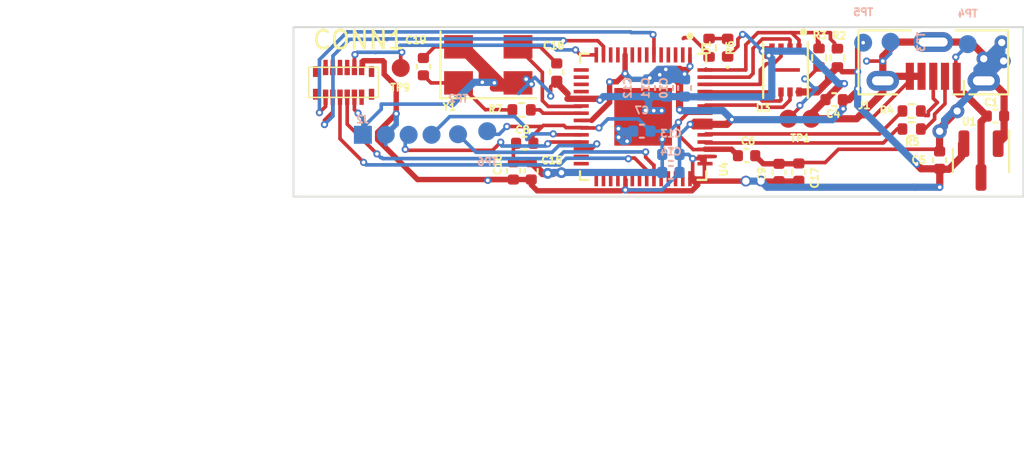
<source format=kicad_pcb>
(kicad_pcb (version 20211014) (generator pcbnew)
  (layers (0 "F.Cu" signal) (31 "B.Cu" signal) (34 "B.Paste" user) (35 "F.Paste" user) (36 "B.SilkS" user "B.Silkscreen") (37 "F.SilkS" user "F.Silkscreen") (38 "B.Mask" user) (39 "F.Mask" user) (44 "Edge.Cuts" user))
  (net 0 "")
  (net 1 "VBUS")
  (net 2 "GND")
  (net 3 "+3V3")
  (net 4 "+1V1")
  (net 5 "/XIN")
  (net 6 "Net-(C19-Pad2)")
  (net 7 "Net-(D1-Pad2)")
  (net 8 "/USB0-D_N")
  (net 9 "/USB0-D_P")
  (net 10 "/SWDIO")
  (net 11 "/SWDCLK")
  (net 12 "/QSPI_SS")
  (net 13 "/USB_BOOT")
  (net 14 "/USB-D_P")
  (net 15 "/USB-D_N")
  (net 16 "/RED_LED")
  (net 17 "/XOUT")
  (net 18 "/RP_RUN")
  (net 19 "/MIC_CLK")
  (net 20 "/QSPI_SD1")
  (net 21 "/QSPI_SD2")
  (net 22 "/QSPI_SD0")
  (net 23 "/QSPI_SCLK")
  (net 24 "/QSPI_SD3")
  (net 35 "/MIC_DOUT_0")
  (net 41 "/MIC_DOUT_1")
  (net 47 "/MIC_DOUT_2")
  (net 48 "/MIC_DOUT_3")
  (footprint "Resistor_SMD:R_0402_1005Metric" (layer "F.Cu") (at 149.3 87.15)
    (fp_text reference "R5")
    (fp_text value "27R")
  )
  (footprint "mico:SMD_1x02_P1.27mm" (layer "F.Cu") (at 143.725 86.58 -90)
    (fp_text reference "TP1")
    (fp_text value "TestPoint_2Pole")
  )
  (footprint "Crystal:Crystal_SMD_5032-4Pin_5.0x3.2mm" (layer "F.Cu") (at 125.8075 83.59)
    (fp_text reference "Y1")
    (fp_text value "H130B-12.000-20-3050-EXT-TR")
  )
  (footprint "Capacitor_SMD:C_0402_1005Metric" (layer "F.Cu") (at 127.2 89.4725 90)
    (fp_text reference "C16")
    (fp_text value "0.1uF")
  )
  (footprint "Resistor_SMD:R_0402_1005Metric" (layer "F.Cu") (at 149.3 86.15)
    (fp_text reference "R4")
    (fp_text value "27R")
  )
  (footprint "OpenSourceSmartGlasses:slim_stack_molex_PLUG_5035521222" (layer "F.Cu") (at 117.78 84.56)
    (fp_text reference "CONN1")
    (fp_text value "slim_stack_receptable_12pos_5035481222_schematic")
  )
  (footprint "Capacitor_SMD:C_0402_1005Metric" (layer "F.Cu") (at 150.85 88.875 90)
    (fp_text reference "C5")
    (fp_text value "10uF")
  )
  (footprint "Connector_USB:USB_Micro-B_Molex-105133-0001" (layer "F.Cu") (at 150.5 83.4 180)
    (fp_text reference "J1")
    (fp_text value "USB_A")
  )
  (footprint "Capacitor_SMD:C_0402_1005Metric" (layer "F.Cu") (at 122.2075 83.69 -90)
    (fp_text reference "C19")
    (fp_text value "27pF")
  )
  (footprint "Capacitor_SMD:C_0402_1005Metric" (layer "F.Cu") (at 128.19 89.47 90)
    (fp_text reference "C15")
    (fp_text value "0.1uF")
  )
  (footprint "Resistor_SMD:R_0402_1005Metric" (layer "F.Cu") (at 144.16 83.19 -90)
    (fp_text reference "R2")
    (fp_text value "1K")
  )
  (footprint "Resistor_SMD:R_0402_1005Metric" (layer "F.Cu") (at 138.06 82.64 -90)
    (fp_text reference "R6")
    (fp_text value "470R")
  )
  (footprint "Package_TO_SOT_SMD:SOT-23" (layer "F.Cu") (at 153.15 88.9 -90)
    (fp_text reference "U1")
    (fp_text value "MCP1702")
  )
  (footprint "Resistor_SMD:R_0402_1005Metric" (layer "F.Cu") (at 145.18 83.2 90)
    (fp_text reference "R3")
    (fp_text value "10K")
  )
  (footprint "Resistor_SMD:R_0402_1005Metric" (layer "F.Cu") (at 127.6575 86.0875 180)
    (fp_text reference "R7")
    (fp_text value "1K")
  )
  (footprint "Capacitor_SMD:C_0402_1005Metric" (layer "F.Cu") (at 127.83 87.94 180)
    (fp_text reference "C8")
    (fp_text value "1uF")
  )
  (footprint "Capacitor_SMD:C_0402_1005Metric" (layer "F.Cu") (at 140.14 88.63)
    (fp_text reference "C6")
    (fp_text value "0.1uF")
  )
  (footprint "Capacitor_SMD:C_0402_1005Metric" (layer "F.Cu") (at 129.6075 83.99 90)
    (fp_text reference "C18")
    (fp_text value "27pF")
  )
  (footprint "Capacitor_SMD:C_0402_1005Metric" (layer "F.Cu") (at 141.94 89.56 90)
    (fp_text reference "C9")
    (fp_text value "1uF")
  )
  (footprint "LED_SMD:LED_0402_1005Metric" (layer "F.Cu") (at 139.09 82.6375 90)
    (fp_text reference "D1")
    (fp_text value "APA3010SECK")
  )
  (footprint "Capacitor_SMD:C_0402_1005Metric" (layer "F.Cu") (at 153.95 86.43)
    (fp_text reference "C1")
    (fp_text value "10uF")
  )
  (footprint "mico:PSON50P300X200X60-9N" (layer "F.Cu") (at 142.3 83.8725 -90)
    (fp_text reference "U3")
    (fp_text value "W25Q128JV")
  )
  (footprint "mico:QFN40P700X700X90-57N" (layer "F.Cu") (at 134.4 86.4725 -90)
    (fp_text reference "U4")
    (fp_text value "RP2040")
  )
  (footprint "mico:SMD_1x01_P1.27mm" (layer "F.Cu") (at 120.95 83.76)
    (fp_text reference "TP9")
    (fp_text value "TestPoint")
  )
  (footprint "Capacitor_SMD:C_0402_1005Metric" (layer "F.Cu") (at 145 85.52 180)
    (fp_text reference "C4")
    (fp_text value "0.1uF")
  )
  (footprint "Capacitor_SMD:C_0402_1005Metric" (layer "F.Cu") (at 143.04 89.54 90)
    (fp_text reference "C17")
    (fp_text value "10uF")
  )
  (footprint "Capacitor_SMD:C_0402_1005Metric" (layer "B.Cu") (at 135.94 88.56 180)
    (fp_text reference "C13")
    (fp_text value "0.1uF")
  )
  (footprint "mico:SMD_1x01_P1.27mm" (layer "B.Cu") (at 125.75 87.27)
    (fp_text reference "TP6")
    (fp_text value "TestPoint")
  )
  (footprint "Capacitor_SMD:C_0402_1005Metric" (layer "B.Cu") (at 134.33 87.27 180)
    (fp_text reference "C7")
    (fp_text value "0.1uF")
  )
  (footprint "Capacitor_SMD:C_0402_1005Metric" (layer "B.Cu") (at 136.7 84.8725 -90)
    (fp_text reference "C10")
    (fp_text value "0.1uF")
  )
  (footprint "Capacitor_SMD:C_0402_1005Metric" (layer "B.Cu") (at 135.7 84.8725 -90)
    (fp_text reference "C11")
    (fp_text value "0.1uF")
  )
  (footprint "mico:SMD_1x01_P1.27mm" (layer "B.Cu") (at 152.41 82.44 180)
    (fp_text reference "TP4")
    (fp_text value "TestPoint")
  )
  (footprint "mico:SMD_1x04_P1.27mm" (layer "B.Cu") (at 118.85 87.47 -90)
    (fp_text reference "J2")
    (fp_text value "SWD Prog")
  )
  (footprint "Capacitor_SMD:C_0402_1005Metric" (layer "B.Cu") (at 134.7 84.8725 -90)
    (fp_text reference "C12")
    (fp_text value "0.1uF")
  )
  (footprint "Capacitor_SMD:C_0402_1005Metric" (layer "B.Cu") (at 135.94 89.56 180)
    (fp_text reference "C14")
    (fp_text value "0.1uF")
  )
  (footprint "mico:SMD_1x01_P1.27mm" (layer "B.Cu") (at 148.13 82.31 90)
    (fp_text reference "TP3")
    (fp_text value "TestPoint")
  )
  (footprint "mico:SMD_1x01_P1.27mm" (layer "B.Cu") (at 146.61 82.36 180)
    (fp_text reference "TP5")
    (fp_text value "TestPoint")
  )
  (footprint "mico:SMD_1x01_P1.27mm" (layer "B.Cu") (at 124.13 87.44 180)
    (fp_text reference "TP2")
    (fp_text value "TestPoint")
  )
  (gr_line (start 155.5 81.5) (end 115 81.5) (layer "Edge.Cuts") (width 0.1))
  (gr_line (start 115 81.5) (end 115 90.9) (layer "Edge.Cuts") (width 0.1))
  (gr_line (start 115 90.9) (end 155.5 90.9) (layer "Edge.Cuts") (width 0.1))
  (gr_line (start 155.5 90.9) (end 155.5 81.5) (layer "Edge.Cuts") (width 0.1))
  (segment (start 151.8 85.105) (end 151.805 85.105) (width 0.4) (layer "F.Cu") (net 1))
  (segment (start 151.75 84.175) (end 151.8 84.225) (width 0.2) (layer "F.Cu") (net 1))
  (segment (start 152.2575 85.2175) (end 151.9175 85.2175) (width 0.4) (layer "F.Cu") (net 1))
  (segment (start 151.8 84.225) (end 151.8 85.105) (width 0.4) (layer "F.Cu") (net 1))
  (segment (start 152.2575 85.2175) (end 153.47 86.43) (width 0.4) (layer "F.Cu") (net 1))
  (segment (start 151.75 83.16) (end 151.75 84.175) (width 0.2) (layer "F.Cu") (net 1))
  (segment (start 153.15 86.75) (end 153.15 89.8375) (width 0.4) (layer "F.Cu") (net 1))
  (segment (start 151.9175 85.2175) (end 151.805 85.105) (width 0.4) (layer "F.Cu") (net 1))
  (segment (start 153.47 86.43) (end 153.15 86.75) (width 0.4) (layer "F.Cu") (net 1))
  (via (at 151.75 83.16) (size 0.4) (drill 0.2) (layers "F.Cu" "B.Cu") (net 1))
  (segment (start 152.41 82.5) (end 151.75 83.16) (width 0.2) (layer "B.Cu") (net 1))
  (segment (start 152.41 82.44) (end 152.41 82.5) (width 0.2) (layer "B.Cu") (net 1))
  (segment (start 127.2 88.9925) (end 128.2 88.9925) (width 0.2) (layer "F.Cu") (net 2))
  (segment (start 153.75 83.65) (end 153.75 84.025) (width 0.4) (layer "F.Cu") (net 2))
  (segment (start 150.80798 88.27202) (end 150.85 88.23) (width 0.2) (layer "F.Cu") (net 2))
  (segment (start 143.725 86.315) (end 144.52 85.52) (width 0.4) (layer "F.Cu") (net 2))
  (segment (start 153.725 84.475) (end 153.3 84.475) (width 0.4) (layer "F.Cu") (net 2))
  (segment (start 126.145 84.59) (end 125.87 84.59) (width 0.2) (layer "F.Cu") (net 2))
  (segment (start 132 85.55) (end 131.9225 85.4725) (width 0.2) (layer "F.Cu") (net 2))
  (segment (start 118.58 86.27) (end 118.38 86.07) (width 0.2) (layer "F.Cu") (net 2))
  (segment (start 154.4 83.375) (end 153.8875 82.8625) (width 0.4) (layer "F.Cu") (net 2))
  (segment (start 133.03 87.13) (end 133.7425 87.13) (width 0.4) (layer "F.Cu") (net 2))
  (segment (start 153.3 84.475) (end 153.3 83.65) (width 0.4) (layer "F.Cu") (net 2))
  (segment (start 145.24048 88.27202) (end 150.80798 88.27202) (width 0.2) (layer "F.Cu") (net 2))
  (segment (start 128.97 89.62) (end 128.8275 89.62) (width 0.4) (layer "F.Cu") (net 2))
  (segment (start 134.53 86.3425) (end 134.4 86.4725) (width 0.2) (layer "F.Cu") (net 2))
  (segment (start 154.43 87.6325) (end 154.1 87.9625) (width 0.4) (layer "F.Cu") (net 2))
  (segment (start 152.575 82.325) (end 150.5 82.325) (width 0.4) (layer "F.Cu") (net 2))
  (segment (start 154.43 86.43) (end 154.43 87.6325) (width 0.4) (layer "F.Cu") (net 2))
  (segment (start 139.65952 82.16048) (end 139.92 81.9) (width 0.2) (layer "F.Cu") (net 2))
  (segment (start 153.3 84.075) (end 153.725 83.65) (width 0.4) (layer "F.Cu") (net 2))
  (segment (start 126.145 84.59) (end 125.83 84.59) (width 0.2) (layer "F.Cu") (net 2))
  (segment (start 127.51 87.7825) (end 127.32 87.9725) (width 0.2) (layer "F.Cu") (net 2))
  (segment (start 154.43 86.43) (end 154.43 85.18) (width 0.4) (layer "F.Cu") (net 2))
  (segment (start 153.75 84.025) (end 153.3 84.475) (width 0.4) (layer "F.Cu") (net 2))
  (segment (start 146.37 86.46) (end 146.25 86.58) (width 0.2) (layer "F.Cu") (net 2))
  (segment (start 129.52 84.7525) (end 129.5 84.7725) (width 0.2) (layer "F.Cu") (net 2))
  (segment (start 153.6625 82.9875) (end 153.35 83.3) (width 0.4) (layer "F.Cu") (net 2))
  (segment (start 154.025 83.375) (end 153.75 83.65) (width 0.4) (layer "F.Cu") (net 2))
  (segment (start 141.55 82.6525) (end 141.55 82.897063) (width 0.2) (layer "F.Cu") (net 2))
  (segment (start 129.5075 84.49) (end 130.2075 85.19) (width 0.35) (layer "F.Cu") (net 2))
  (segment (start 133.2625 87.61) (end 134.4 86.4725) (width 0.2) (layer "F.Cu") (net 2))
  (segment (start 150.5 82.325) (end 148.5 82.325) (width 0.4) (layer "F.Cu") (net 2))
  (segment (start 118.38 86.07) (end 118.38 85.46) (width 0.2) (layer "F.Cu") (net 2))
  (segment (start 153.7875 82.8625) (end 153.6625 82.9875) (width 0.4) (layer "F.Cu") (net 2))
  (segment (start 145.57 84.63) (end 145.41 84.63) (width 0.2) (layer "F.Cu") (net 2))
  (segment (start 154.0125 82.9875) (end 153.6625 82.9875) (width 0.4) (layer "F.Cu") (net 2))
  (segment (start 153.3 83.65) (end 153.3 83.3) (width 0.4) (layer "F.Cu") (net 2))
  (segment (start 129.38 89.61) (end 129.39 89.62) (width 0.4) (layer "F.Cu") (net 2))
  (segment (start 126.6 84.59) (end 126.345 84.59) (width 0.4) (layer "F.Cu") (net 2))
  (segment (start 125.4775 84.2375) (end 125.4775 83.91) (width 0.4) (layer "F.Cu") (net 2))
  (segment (start 133.7425 87.13) (end 134.4 86.4725) (width 0.2) (layer "F.Cu") (net 2))
  (segment (start 153.75 83.65) (end 153.9375 83.8375) (width 0.4) (layer "F.Cu") (net 2))
  (segment (start 133.51 87.3625) (end 134.4 86.4725) (width 0.2) (layer "F.Cu") (net 2))
  (segment (start 153.8875 82.8625) (end 153.7875 82.8625) (width 0.4) (layer "F.Cu") (net 2))
  (segment (start 153.725 83.65) (end 153.75 83.65) (width 0.4) (layer "F.Cu") (net 2))
  (segment (start 142.91 89.01) (end 142.84 89.08) (width 0.2) (layer "F.Cu") (net 2))
  (segment (start 153.3 84.475) (end 153.3 84.075) (width 0.4) (layer "F.Cu") (net 2))
  (segment (start 139.65952 82.55298) (end 139.65952 82.16048) (width 0.2) (layer "F.Cu") (net 2))
  (segment (start 134.99 86.13) (end 134.7425 86.13) (width 0.2) (layer "F.Cu") (net 2))
  (segment (start 141.373574 83.073489) (end 141.263489 83.073489) (width 0.2) (layer "F.Cu") (net 2))
  (segment (start 127.45 84.8725) (end 126.0925 84.8725) (width 0.4) (layer "F.Cu") (net 2))
  (segment (start 134.53 86.12) (end 134.53 86.3425) (width 0.2) (layer "F.Cu") (net 2))
  (segment (start 146.37 86.46) (end 147.7 85.13) (width 0.4) (layer "F.Cu") (net 2))
  (segment (start 144.5025 89.01) (end 142.91 89.01) (width 0.2) (layer "F.Cu") (net 2))
  (segment (start 141.55 82.897063) (end 141.373574 83.073489) (width 0.2) (layer "F.Cu") (net 2))
  (segment (start 141.94 89.08) (end 141.07 89.08) (width 0.3) (layer "F.Cu") (net 2))
  (segment (start 143.725 86.58) (end 143.725 86.315) (width 0.2) (layer "F.Cu") (net 2))
  (segment (start 154.325 83.3) (end 153.35 83.3) (width 0.4) (layer "F.Cu") (net 2))
  (segment (start 153.35 83.3) (end 153.3 83.3) (width 0.4) (layer "F.Cu") (net 2))
  (segment (start 127.2 88.9925) (end 127.2 88.0925) (width 0.2) (layer "F.Cu") (net 2))
  (segment (start 154.3 82.35) (end 153.7875 82.8625) (width 0.4) (layer "F.Cu") (net 2))
  (segment (start 134.7425 86.13) (end 134.4 86.4725) (width 0.2) (layer "F.Cu") (net 2))
  (segment (start 129.27 85.323) (end 129.27 84.8075) (width 0.2) (layer "F.Cu") (net 2))
  (segment (start 154.43 85.18) (end 153.725 84.475) (width 0.4) (layer "F.Cu") (net 2))
  (segment (start 141.263489 83.073489) (end 141.175 82.985) (width 0.4) (layer "F.Cu") (net 2))
  (segment (start 140.98 82.69) (end 141.2 82.69) (width 0.2) (layer "F.Cu") (net 2))
  (segment (start 153.3 83.65) (end 153.725 83.65) (width 0.4) (layer "F.Cu") (net 2))
  (segment (start 126.345 84.59) (end 126.1 84.59) (width 0.4) (layer "F.Cu") (net 2))
  (segment (start 126.6 84.59) (end 124.6 82.59) (width 0.4) (layer "F.Cu") (net 2))
  (segment (start 150.85 88.395) (end 150.85 88.23) (width 0.4) (layer "F.Cu") (net 2))
  (segment (start 129.27 84.8075) (end 129.6075 84.47) (width 0.2) (layer "F.Cu") (net 2))
  (segment (start 147.7 83.125) (end 147.7 83.38) (width 0.4) (layer "F.Cu") (net 2))
  (segment (start 129.11 89.61) (end 129.38 89.61) (width 0.4) (layer "F.Cu") (net 2))
  (segment (start 125.8375 84.5575) (end 125.4775 84.5575) (width 0.4) (layer "F.Cu") (net 2))
  (segment (start 153.9375 83.8375) (end 153.3 84.475) (width 0.4) (layer "F.Cu") (net 2))
  (segment (start 135.43 86.13) (end 134.7425 86.13) (width 0.2) (layer "F.Cu") (net 2))
  (segment (start 146.25 86.58) (end 143.725 86.58) (width 0.4) (layer "F.Cu") (net 2))
  (segment (start 127.45 84.8725) (end 126.5925 84.8725) (width 0.4) (layer "F.Cu") (net 2))
  (segment (start 153.3 83.3) (end 153.3 83.25) (width 0.4) (layer "F.Cu") (net 2))
  (segment (start 122.2075 83.21) (end 122.8275 82.59) (width 0.2) (layer "F.Cu") (net 2))
  (segment (start 127.2 88.0925) (end 127.32 87.9725) (width 0.2) (layer "F.Cu") (net 2))
  (segment (start 133.51 87.83) (end 133.51 87.3625) (width 0.4) (layer "F.Cu") (net 2))
  (segment (start 125.4775 83.91) (end 125.4775 83.9675) (width 0.4) (layer "F.Cu") (net 2))
  (segment (start 135.46 87.7195) (end 135.46 87.5325) (width 0.2) (layer "F.Cu") (net 2))
  (segment (start 146.37 86.46) (end 147.195692 86.46) (width 0.2) (layer "F.Cu") (net 2))
  (segment (start 145.41 84.63) (end 144.52 85.52) (width 0.4) (layer "F.Cu") (net 2))
  (segment (start 142.84 89.08) (end 141.94 89.08) (width 0.3) (layer "F.Cu") (net 2))
  (segment (start 141.1975 82.6525) (end 141.02 82.83) (width 0.2) (layer "F.Cu") (net 2))
  (segment (start 133.04 87.61) (end 133.2625 87.61) (width 0.4) (layer "F.Cu") (net 2))
  (segment (start 149.85 84.225) (end 147.95 84.225) (width 0.4) (layer "F.Cu") (net 2))
  (segment (start 125.4775 84.5575) (end 125.3075 84.5575) (width 0.4) (layer "F.Cu") (net 2))
  (segment (start 154.4 83.375) (end 154.0125 82.9875) (width 0.4) (layer "F.Cu") (net 2))
  (segment (start 149.2 84.455692) (end 149.2 84.225) (width 0.2) (layer "F.Cu") (net 2))
  (segment (start 147.95 84.225) (end 147.7 84.475) (width 0.2) (layer "F.Cu") (net 2))
  (segment (start 141.55 82.6525) (end 141.5075 82.6525) (width 0.2) (layer "F.Cu") (net 2))
  (segment (start 122.8275 82.59) (end 124.1575 82.59) (width 0.2) (layer "F.Cu") (net 2))
  (segment (start 154.4 83.375) (end 154.025 83.375) (width 0.4) (layer "F.Cu") (net 2))
  (segment (start 126.345 84.59) (end 126.145 84.59) (width 0.2) (layer "F.Cu") (net 2))
  (segment (start 126.1 84.59) (end 126.0675 84.5575) (width 0.2) (layer "F.Cu") (net 2))
  (segment (start 141.55 82.6525) (end 141.1975 82.6525) (width 0.2) (layer "F.Cu") (net 2))
  (segment (start 154.4 83.375) (end 153.9375 83.8375) (width 0.4) (layer "F.Cu") (net 2))
  (segment (start 144.5025 89.01) (end 145.24048 88.27202) (width 0.2) (layer "F.Cu") (net 2))
  (segment (start 141.5075 82.6525) (end 141.175 82.985) (width 0.2) (layer "F.Cu") (net 2))
  (segment (start 148.5 82.325) (end 147.7 83.125) (width 0.4) (layer "F.Cu") (net 2))
  (segment (start 141.07 89.08) (end 140.62 88.63) (width 0.3) (layer "F.Cu") (net 2))
  (segment (start 125.4775 83.91) (end 124.1575 82.59) (width 0.4) (layer "F.Cu") (net 2))
  (segment (start 130.2 85.4725) (end 130.965 85.4725) (width 0.35) (layer "F.Cu") (net 2))
  (segment (start 129.39 89.62) (end 128.97 89.62) (width 0.4) (layer "F.Cu") (net 2))
  (segment (start 147.7 85.13) (end 147.7 84.475) (width 0.4) (layer "F.Cu") (net 2))
  (segment (start 147.7 83.38) (end 146.8 83.38) (width 0.2) (layer "F.Cu") (net 2))
  (segment (start 129.6 84.7525) (end 129.52 84.7525) (width 0.2) (layer "F.Cu") (net 2))
  (segment (start 141.175 82.985) (end 141.02 82.83) (width 0.2) (layer "F.Cu") (net 2))
  (segment (start 154.4 83.375) (end 154.325 83.3) (width 0.4) (layer "F.Cu") (net 2))
  (segment (start 141.2 82.69) (end 141.373574 82.863574) (width 0.2) (layer "F.Cu") (net 2))
  (segment (start 125.83 84.59) (end 125.4775 84.2375) (width 0.2) (layer "F.Cu") (net 2))
  (segment (start 127.3175 87.97) (end 127.32 87.9725) (width 0.2) (layer "F.Cu") (net 2))
  (segment (start 150.85 88.23) (end 150.85 87.125) (width 0.4) (layer "F.Cu") (net 2))
  (segment (start 131.9225 85.4725) (end 130.965 85.4725) (width 0.35) (layer "F.Cu") (net 2))
  (segment (start 153.3 83.25) (end 153.3 83.05) (width 0.4) (layer "F.Cu") (net 2))
  (segment (start 125.4775 83.9675) (end 126.1 84.59) (width 0.4) (layer "F.Cu") (net 2))
  (segment (start 124.5925 82.8725) (end 124.15 82.8725) (width 0.4) (layer "F.Cu") (net 2))
  (segment (start 135.46 87.5325) (end 134.4 86.4725) (width 0.2) (layer "F.Cu") (net 2))
  (segment (start 128.8275 89.62) (end 128.2 88.9925) (width 0.4) (layer "F.Cu") (net 2))
  (segment (start 147.7 83.38) (end 147.7 84.475) (width 0.4) (layer "F.Cu") (net 2))
  (segment (start 150.85 87.125) (end 151.825 86.15) (width 0.4) (layer "F.Cu") (net 2))
  (segment (start 141.373574 82.863574) (end 141.373574 83.073489) (width 0.2) (layer "F.Cu") (net 2))
  (segment (start 139.09 83.1225) (end 139.65952 82.55298) (width 0.2) (layer "F.Cu") (net 2))
  (segment (start 153.3 83.05) (end 152.575 82.325) (width 0.4) (layer "F.Cu") (net 2))
  (segment (start 147.195692 86.46) (end 149.2 84.455692) (width 0.2) (layer "F.Cu") (net 2))
  (segment (start 125.4775 84.5575) (end 125.4775 84.2375) (width 0.4) (layer "F.Cu") (net 2))
  (segment (start 125.87 84.59) (end 125.8375 84.5575) (width 0.2) (layer "F.Cu") (net 2))
  (via (at 154.4 83.375) (size 0.8) (drill 0.4) (layers "F.Cu" "B.Cu") (net 2))
  (via (at 150.85 87.275) (size 0.8) (drill 0.4) (layers "F.Cu" "B.Cu") (net 2))
  (via (at 145.57 84.63) (size 0.4) (drill 0.2) (layers "F.Cu" "B.Cu") (net 2))
  (via (at 125.4775 84.5575) (size 0.4) (drill 0.2) (layers "F.Cu" "B.Cu") (net 2))
  (via (at 129.87 89.57) (size 0.6) (drill 0.3) (layers "F.Cu" "B.Cu") (net 2))
  (via (at 129.27 85.323) (size 0.4) (drill 0.2) (layers "F.Cu" "B.Cu") (net 2))
  (via (at 134.99 86.13) (size 0.4) (drill 0.2) (layers "F.Cu" "B.Cu") (net 2))
  (via (at 154.3 82.35) (size 0.8) (drill 0.4) (layers "F.Cu" "B.Cu") (net 2))
  (via (at 151.825 86.15) (size 0.8) (drill 0.4) (layers "F.Cu" "B.Cu") (net 2))
  (via (at 141.373574 83.073489) (size 0.4) (drill 0.2) (layers "F.Cu" "B.Cu") (net 2))
  (via (at 139.92 81.9) (size 0.4) (drill 0.2) (layers "F.Cu" "B.Cu") (net 2))
  (via (at 146.8 83.38) (size 0.4) (drill 0.2) (layers "F.Cu" "B.Cu") (net 2))
  (via (at 118.58 86.27) (size 0.4) (drill 0.2) (layers "F.Cu" "B.Cu") (net 2))
  (via (at 127.91 84.38) (size 0.4) (drill 0.2) (layers "F.Cu" "B.Cu") (net 2))
  (via (at 153.3 83.25) (size 0.8) (drill 0.4) (layers "F.Cu" "B.Cu") (net 2))
  (via (at 126.145 84.59) (size 0.4) (drill 0.2) (layers "F.Cu" "B.Cu") (net 2))
  (via (at 141.02 82.83) (size 0.4) (drill 0.2) (layers "F.Cu" "B.Cu") (net 2))
  (via (at 147.7 83.38) (size 0.4) (drill 0.2) (layers "F.Cu" "B.Cu") (net 2))
  (via (at 133.51 87.83) (size 0.4) (drill 0.2) (layers "F.Cu" "B.Cu") (net 2))
  (via (at 132 85.55) (size 0.4) (drill 0.2) (layers "F.Cu" "B.Cu") (net 2))
  (via (at 133.03 87.13) (size 0.4) (drill 0.2) (layers "F.Cu" "B.Cu") (net 2))
  (via (at 135.43 86.13) (size 0.4) (drill 0.2) (layers "F.Cu" "B.Cu") (net 2))
  (via (at 129.11 89.61) (size 0.6) (drill 0.3) (layers "F.Cu" "B.Cu") (net 2))
  (via (at 133.04 87.61) (size 0.4) (drill 0.2) (layers "F.Cu" "B.Cu") (net 2))
  (via (at 134.53 86.12) (size 0.4) (drill 0.2) (layers "F.Cu" "B.Cu") (net 2))
  (via (at 128.2 84.66) (size 0.4) (drill 0.2) (layers "F.Cu" "B.Cu") (net 2))
  (via (at 135.46 87.7195) (size 0.4) (drill 0.2) (layers "F.Cu" "B.Cu") (net 2))
  (segment (start 148.13 82.95) (end 147.7 83.38) (width 0.2) (layer "B.Cu") (net 2))
  (segment (start 139.92 81.9) (end 140.09 81.9) (width 0.2) (layer "B.Cu") (net 2))
  (segment (start 133.26 87.83) (end 133.04 87.61) (width 0.4) (layer "B.Cu") (net 2))
  (segment (start 141.02 82.83) (end 143.45 82.83) (width 0.4) (layer "B.Cu") (net 2))
  (segment (start 152.925 84.1) (end 153.3 84.475) (width 0.4) (layer "B.Cu") (net 2))
  (segment (start 133.51 87.83) (end 133.26 87.83) (width 0.4) (layer "B.Cu") (net 2))
  (segment (start 134.7 85.95) (end 134.53 86.12) (width 0.2) (layer "B.Cu") (net 2))
  (segment (start 143.45 82.83) (end 145.25 84.63) (width 0.4) (layer "B.Cu") (net 2))
  (segment (start 135.46 89.56) (end 129.94 89.56) (width 0.4) (layer "B.Cu") (net 2))
  (segment (start 136.7 85.3525) (end 136.7075 85.36) (width 0.4) (layer "B.Cu") (net 2))
  (segment (start 133.58 87.27) (end 133.17 87.27) (width 0.4) (layer "B.Cu") (net 2))
  (segment (start 154.05 83.725) (end 153.775 83.725) (width 0.4) (layer "B.Cu") (net 2))
  (segment (start 129.15 89.57) (end 129.87 89.57) (width 0.4) (layer "B.Cu") (net 2))
  (segment (start 132.1975 85.3525) (end 132 85.55) (width 0.4) (layer "B.Cu") (net 2))
  (segment (start 153.425 83.375) (end 153.3 83.25) (width 0.4) (layer "B.Cu") (net 2))
  (segment (start 153.3 83.45) (end 152.925 83.825) (width 0.4) (layer "B.Cu") (net 2))
  (segment (start 134.7 85.3525) (end 132.1975 85.3525) (width 0.4) (layer "B.Cu") (net 2))
  (segment (start 152.05 85.725) (end 151.125 86.65) (width 0.4) (layer "B.Cu") (net 2))
  (segment (start 133.58 87.27) (end 133.58 87.76) (width 0.4) (layer "B.Cu") (net 2))
  (segment (start 154.4 83.375) (end 153.425 83.375) (width 0.4) (layer "B.Cu") (net 2))
  (segment (start 140.09 81.9) (end 141.02 82.83) (width 0.2) (layer "B.Cu") (net 2))
  (segment (start 154.05 83.725) (end 154.4 83.375) (width 0.4) (layer "B.Cu") (net 2))
  (segment (start 133.58 87.76) (end 133.51 87.83) (width 0.4) (layer "B.Cu") (net 2))
  (segment (start 153.3 83.8) (end 154.0625 83.0375) (width 0.4) (layer "B.Cu") (net 2))
  (segment (start 123.795705 85.7675) (end 119.8775 85.7675) (width 0.2) (layer "B.Cu") (net 2))
  (segment (start 136.7075 85.36) (end 141.54 85.36) (width 0.4) (layer "B.Cu") (net 2))
  (segment (start 152.925 83.825) (end 152.925 84.1) (width 0.4) (layer "B.Cu") (net 2))
  (segment (start 141.54 85.36) (end 141.54 83.239915) (width 0.4) (layer "B.Cu") (net 2))
  (segment (start 129.27 85.16) (end 128.39 84.28) (width 0.2) (layer "B.Cu") (net 2))
  (segment (start 134.54 86.13) (end 134.53 86.12) (width 0.2) (layer "B.Cu") (net 2))
  (segment (start 119.8775 85.7675) (end 119.87 85.775) (width 0.2) (layer "B.Cu") (net 2))
  (segment (start 135.7 85.3525) (end 134.7 85.3525) (width 0.4) (layer "B.Cu") (net 2))
  (segment (start 153.7625 82.8875) (end 154.3 82.35) (width 0.4) (layer "B.Cu") (net 2))
  (segment (start 126.1125 84.5575) (end 126.145 84.59) (width 0.4) (layer "B.Cu") (net 2))
  (segment (start 151.825 86.15) (end 151.825 85.95) (width 0.2) (layer "B.Cu") (net 2))
  (segment (start 154.0625 83.0375) (end 153.9125 82.8875) (width 0.4) (layer "B.Cu") (net 2))
  (segment (start 133.85 87.27) (end 133.58 87.27) (width 0.2) (layer "B.Cu") (net 2))
  (segment (start 153.7 83.725) (end 153.3 84.125) (width 0.4) (layer "B.Cu") (net 2))
  (segment (start 128.39 84.28) (end 127.490481 85.179519) (width 0.2) (layer "B.Cu") (net 2))
  (segment (start 135.46 88.56) (end 135.46 89.56) (width 0.2) (layer "B.Cu") (net 2))
  (segment (start 134.7 85.3525) (end 134.7 85.95) (width 0.4) (layer "B.Cu") (net 2))
  (segment (start 118.85 86.54) (end 118.58 86.27) (width 0.2) (layer "B.Cu") (net 2))
  (segment (start 141.54 83.239915) (end 141.373574 83.073489) (width 0.4) (layer "B.Cu") (net 2))
  (segment (start 118.85 87.47) (end 118.85 86.54) (width 0.2) (layer "B.Cu") (net 2))
  (segment (start 153.3 84.125) (end 153.3 84.475) (width 0.4) (layer "B.Cu") (net 2))
  (segment (start 153.3 83.25) (end 153.4 83.25) (width 0.4) (layer "B.Cu") (net 2))
  (segment (start 125.4775 84.5575) (end 126.1125 84.5575) (width 0.4) (layer "B.Cu") (net 2))
  (segment (start 133.17 87.27) (end 133.17 87.48) (width 0.4) (layer "B.Cu") (net 2))
  (segment (start 129.11 89.61) (end 129.15 89.57) (width 0.2) (layer "B.Cu") (net 2))
  (segment (start 152.05 85.725) (end 154.05 83.725) (width 0.4) (layer "B.Cu") (net 2))
  (segment (start 134.99 86.13) (end 135.43 86.13) (width 0.4) (layer "B.Cu") (net 2))
  (segment (start 136.7 85.3525) (end 135.7 85.3525) (width 0.4) (layer "B.Cu") (net 2))
  (segment (start 133.17 87.27) (end 133.03 87.13) (width 0.4) (layer "B.Cu") (net 2))
  (segment (start 125.3075 84.5575) (end 125.005705 84.5575) (width 0.2) (layer "B.Cu") (net 2))
  (segment (start 125.005705 84.5575) (end 123.795705 85.7675) (width 0.4) (layer "B.Cu") (net 2))
  (segment (start 125.4775 84.5575) (end 125.005705 84.5575) (width 0.4) (layer "B.Cu") (net 2))
  (segment (start 129.94 89.56) (end 129.45 89.56) (width 0.4) (layer "B.Cu") (net 2))
  (segment (start 153.775 83.725) (end 153.7 83.725) (width 0.4) (layer "B.Cu") (net 2))
  (segment (start 151.125 87) (end 150.85 87.275) (width 0.4) (layer "B.Cu") (net 2))
  (segment (start 119.87 86.05) (end 118.85 87.07) (width 0.2) (layer "B.Cu") (net 2))
  (segment (start 118.85 87.07) (end 118.85 87.47) (width 0.2) (layer "B.Cu") (net 2))
  (segment (start 153.775 83.725) (end 153.3 83.25) (width 0.4) (layer "B.Cu") (net 2))
  (segment (start 134.99 86.13) (end 134.54 86.13) (width 0.4) (layer "B.Cu") (net 2))
  (segment (start 119.87 85.775) (end 119.87 86.05) (width 0.2) (layer "B.Cu") (net 2))
  (segment (start 154.3 82.35) (end 154.3 83.275) (width 0.4) (layer "B.Cu") (net 2))
  (segment (start 154.4 83.375) (end 154.0625 83.0375) (width 0.4) (layer "B.Cu") (net 2))
  (segment (start 126.0675 84.5575) (end 125.8375 84.5575) (width 0.2) (layer "B.Cu") (net 2))
  (segment (start 148.13 82.31) (end 148.13 82.95) (width 0.2) (layer "B.Cu") (net 2))
  (segment (start 151.825 85.95) (end 152.05 85.725) (width 0.4) (layer "B.Cu") (net 2))
  (segment (start 153.3 83.25) (end 153.3 83.45) (width 0.4) (layer "B.Cu") (net 2))
  (segment (start 129.27 85.323) (end 129.27 85.16) (width 0.2) (layer "B.Cu") (net 2))
  (segment (start 154.3 83.275) (end 154.4 83.375) (width 0.4) (layer "B.Cu") (net 2))
  (segment (start 151.125 86.65) (end 151.125 87) (width 0.4) (layer "B.Cu") (net 2))
  (segment (start 154.0625 83.0375) (end 154.3 82.8) (width 0.4) (layer "B.Cu") (net 2))
  (segment (start 129.45 89.56) (end 129.39 89.62) (width 0.4) (layer "B.Cu") (net 2))
  (segment (start 135.46 88.56) (end 135.46 87.7195) (width 0.2) (layer "B.Cu") (net 2))
  (segment (start 133.17 87.48) (end 133.04 87.61) (width 0.4) (layer "B.Cu") (net 2))
  (segment (start 153.4 83.25) (end 153.7625 82.8875) (width 0.4) (layer "B.Cu") (net 2))
  (segment (start 154.3 82.8) (end 154.3 82.35) (width 0.4) (layer "B.Cu") (net 2))
  (segment (start 145.25 84.63) (end 145.57 84.63) (width 0.4) (layer "B.Cu") (net 2))
  (segment (start 153.3 84.475) (end 153.3 83.8) (width 0.4) (layer "B.Cu") (net 2))
  (segment (start 153.9125 82.8875) (end 153.7625 82.8875) (width 0.4) (layer "B.Cu") (net 2))
  (segment (start 136.47875 84.32125) (end 136.7 84.1) (width 0.4) (layer "F.Cu") (net 3))
  (segment (start 151.375 89.38) (end 150.875 89.38) (width 0.4) (layer "F.Cu") (net 3))
  (segment (start 137.15 88.79) (end 137.5525 88.79) (width 0.2) (layer "F.Cu") (net 3))
  (segment (start 128.52452 90.57702) (end 133.199839 90.57702) (width 0.3) (layer "F.Cu") (net 3))
  (segment (start 119.960489 83.360489) (end 118.880489 83.360489) (width 0.3) (layer "F.Cu") (net 3))
  (segment (start 118.829511 83.411467) (end 118.829511 83.66) (width 0.3) (layer "F.Cu") (net 3))
  (segment (start 152.2 87.9625) (end 152.0675 87.9625) (width 0.2) (layer "F.Cu") (net 3))
  (segment (start 137.15 89.7575) (end 137 89.9075) (width 0.2) (layer "F.Cu") (net 3))
  (segment (start 140.1 90.04) (end 137.4325 90.04) (width 0.3) (layer "F.Cu") (net 3))
  (segment (start 133.4 90.376859) (end 133.4 89.9075) (width 0.2) (layer "F.Cu") (net 3))
  (segment (start 137.7175 88.79) (end 137.835 88.6725) (width 0.2) (layer "F.Cu") (net 3))
  (segment (start 120.03 84.11) (end 120.03 83.43) (width 0.3) (layer "F.Cu") (net 3))
  (segment (start 150.86 89.365) (end 150.85 89.355) (width 0.2) (layer "F.Cu") (net 3))
  (segment (start 127.2 89.9525) (end 128.2 89.9525) (width 0.3) (layer "F.Cu") (net 3))
  (segment (start 145.18 83.71) (end 144.69 84.2) (width 0.4) (layer "F.Cu") (net 3))
  (segment (start 135.62 83.84) (end 135.32 84.14) (width 0.4) (layer "F.Cu") (net 3))
  (segment (start 128.2 89.9525) (end 128.2 90.2525) (width 0.3) (layer "F.Cu") (net 3))
  (segment (start 141.94 90.04) (end 140.94 90.04) (width 0.3) (layer "F.Cu") (net 3))
  (segment (start 145.2 83.73) (end 145.18 83.71) (width 0.2) (layer "F.Cu") (net 3))
  (segment (start 133.4 84.0725) (end 133.4 83.0375) (width 0.3) (layer "F.Cu") (net 3))
  (segment (start 144.69 84.47) (end 144.0675 85.0925) (width 0.4) (layer "F.Cu") (net 3))
  (segment (start 137 83.6725) (end 137 83.8) (width 0.2) (layer "F.Cu") (net 3))
  (segment (start 144.0675 85.0925) (end 143.05 85.0925) (width 0.4) (layer "F.Cu") (net 3))
  (segment (start 145.48 85.52) (end 145.82 85.52) (width 0.4) (layer "F.Cu") (net 3))
  (segment (start 137.8 87.0725) (end 137.6175 86.89) (width 0.2) (layer "F.Cu") (net 3))
  (segment (start 133.45048 89.95798) (end 133.4 89.9075) (width 0.2) (layer "F.Cu") (net 3))
  (segment (start 150.85 89.35) (end 150.85 89.355) (width 0.2) (layer "F.Cu") (net 3))
  (segment (start 133.45702 90.57702) (end 133.41 90.53) (width 0.2) (layer "F.Cu") (net 3))
  (segment (start 136.7 84.1) (end 135.92 84.1) (width 0.2) (layer "F.Cu") (net 3))
  (segment (start 125.8275 89.9525) (end 125.78 90) (width 0.2) (layer "F.Cu") (net 3))
  (segment (start 121.8825 89.9525) (end 119.67 87.74) (width 0.3) (layer "F.Cu") (net 3))
  (segment (start 137.4325 90.04) (end 137.15 89.7575) (width 0.2) (layer "F.Cu") (net 3))
  (segment (start 137.6175 86.89) (end 137.76375 86.74375) (width 0.2) (layer "F.Cu") (net 3))
  (segment (start 135.92 84.1) (end 135.9 84.08) (width 0.2) (layer "F.Cu") (net 3))
  (segment (start 137.8 89.8725) (end 137.035 89.8725) (width 0.2) (layer "F.Cu") (net 3))
  (segment (start 136.44 83.84) (end 136.7 84.1) (width 0.4) (layer "F.Cu") (net 3))
  (segment (start 150.85 89.355) (end 149.825 89.355) (width 0.4) (layer "F.Cu") (net 3))
  (segment (start 120.7 84.78) (end 120.03 84.11) (width 0.3) (layer "F.Cu") (net 3))
  (segment (start 136.7 84.32272) (end 136.42136 84.60136) (width 0.2) (layer "F.Cu") (net 3))
  (segment (start 135.9 84.08) (end 135.66 83.84) (width 0.4) (layer "F.Cu") (net 3))
  (segment (start 136.7 83.9725) (end 137 83.6725) (width 0.2) (layer "F.Cu") (net 3))
  (segment (start 137.835 89.0725) (end 137.835 88.6725) (width 0.2) (layer "F.Cu") (net 3))
  (segment (start 140.94 90.04) (end 140.1 90.04) (width 0.3) (layer "F.Cu") (net 3))
  (segment (start 137.15 88.79) (end 137.7175 88.79) (width 0.2) (layer "F.Cu") (net 3))
  (segment (start 137.035 89.8725) (end 137 89.9075) (width 0.2) (layer "F.Cu") (net 3))
  (segment (start 137.1925 87.0725) (end 137.01 86.89) (width 0.2) (layer "F.Cu") (net 3))
  (segment (start 136.42136 86.08295) (end 136.42136 84.60136) (width 0.4) (layer "F.Cu") (net 3))
  (segment (start 146.303381 83.970829) (end 146.303381 82.666619) (width 0.3) (layer "F.Cu") (net 3))
  (segment (start 132.54 85.676522) (end 132.54 84.53) (width 0.3) (layer "F.Cu") (net 3))
  (segment (start 118.880489 83.360489) (end 118.829511 83.411467) (width 0.3) (layer "F.Cu") (net 3))
  (segment (start 137.76375 86.74375) (end 137.7575 86.75) (width 0.2) (layer "F.Cu") (net 3))
  (segment (start 134.9525 84.14) (end 134.77125 84.32125) (width 0.4) (layer "F.Cu") (net 3))
  (segment (start 137.4325 90.2475) (end 137.10298 90.57702) (width 0.3) (layer "F.Cu") (net 3))
  (segment (start 135.9 84.08) (end 136.18 83.8) (width 0.2) (layer "F.Cu") (net 3))
  (segment (start 135.66 83.84) (end 136.44 83.84) (width 0.4) (layer "F.Cu") (net 3))
  (segment (start 137.6175 86.89) (end 137.01 86.89) (width 0.2) (layer "F.Cu") (net 3))
  (segment (start 146.303381 82.666619) (end 146.61 82.36) (width 0.2) (layer "F.Cu") (net 3))
  (segment (start 131.544022 86.6725) (end 132.54 85.676522) (width 0.3) (layer "F.Cu") (net 3))
  (segment (start 120.03 83.43) (end 119.960489 83.360489) (width 0.3) (layer "F.Cu") (net 3))
  (segment (start 133.199839 90.57702) (end 133.4 90.376859) (width 0.2) (layer "F.Cu") (net 3))
  (segment (start 137.835 87.0725) (end 137.1925 87.0725) (width 0.2) (layer "F.Cu") (net 3))
  (segment (start 145.82 85.52) (end 146.31 85.03) (width 0.4) (layer "F.Cu") (net 3))
  (segment (start 130.965 86.6725) (end 131.544022 86.6725) (width 0.2) (layer "F.Cu") (net 3))
  (segment (start 135.32 84.14) (end 134.9525 84.14) (width 0.4) (layer "F.Cu") (net 3))
  (segment (start 152.0675 88.6875) (end 151.375 89.38) (width 0.4) (layer "F.Cu") (net 3))
  (segment (start 119.67 87.74) (end 119.67 87.33) (width 0.3) (layer "F.Cu") (net 3))
  (segment (start 137.4325 90.04) (end 137.4325 90.2475) (width 0.2) (layer "F.Cu") (net 3))
  (segment (start 136.18 83.8) (end 137 83.8) (width 0.2) (layer "F.Cu") (net 3))
  (segment (start 137 89.9075) (end 137.0575 89.9075) (width 0.2) (layer "F.Cu") (net 3))
  (segment (start 139.05 86.89) (end 137.6175 86.89) (width 0.4) (layer "F.Cu") (net 3))
  (segment (start 119.67 87.33) (end 120.7 86.3) (width 0.3) (layer "F.Cu") (net 3))
  (segment (start 150.86 90.38) (end 150.86 89.365) (width 0.4) (layer "F.Cu") (net 3))
  (segment (start 133.45048 90.48952) (end 133.45048 89.95798) (width 0.2) (layer "F.Cu") (net 3))
  (segment (start 145.48 86.01) (end 145.5 86.03) (width 0.4) (layer "F.Cu") (net 3))
  (segment (start 139.32 86.62) (end 139.05 86.89) (width 0.4) (layer "F.Cu") (net 3))
  (segment (start 137 83.8) (end 136.7 84.1) (width 0.2) (layer "F.Cu") (net 3))
  (segment (start 145.440829 83.970829) (end 145.18 83.71) (width 0.2) (layer "F.Cu") (net 3))
  (segment (start 150.875 89.38) (end 150.85 89.355) (width 0.4) (layer "F.Cu") (net 3))
  (segment (start 127.2 89.9525) (end 125.8275 89.9525) (width 0.3) (layer "F.Cu") (net 3))
  (segment (start 137.10298 90.57702) (end 133.45702 90.57702) (width 0.3) (layer "F.Cu") (net 3))
  (segment (start 137.3525 90.12) (end 137.4325 90.04) (width 0.2) (layer "F.Cu") (net 3))
  (segment (start 127.2 89.9525) (end 121.8825 89.9525) (width 0.3) (layer "F.Cu") (net 3))
  (segment (start 137.835 87.0725) (end 137.8 87.0725) (width 0.2) (layer "F.Cu") (net 3))
  (segment (start 134.77125 84.32125) (end 136.47875 84.32125) (width 0.4) (layer "F.Cu") (net 3))
  (segment (start 128.2 90.2525) (end 128.52452 90.57702) (width 0.3) (layer "F.Cu") (net 3))
  (segment (start 120.7 86.3) (end 120.7 84.78) (width 0.3) (layer "F.Cu") (net 3))
  (segment (start 135.66 83.84) (end 135.62 83.84) (width 0.4) (layer "F.Cu") (net 3))
  (segment (start 132.54 84.53) (end 132.9425 84.53) (width 0.3) (layer "F.Cu") (net 3))
  (segment (start 136.7 84.1) (end 136.7 83.9725) (width 0.2) (layer "F.Cu") (net 3))
  (segment (start 152.0675 87.9625) (end 152.0675 88.6875) (width 0.4) (layer "F.Cu") (net 3))
  (segment (start 144.69 84.2) (end 144.69 84.47) (width 0.4) (layer "F.Cu") (net 3))
  (segment (start 137.15 88.79) (end 137.15 89.7575) (width 0.2) (layer "F.Cu") (net 3))
  (segment (start 137.835 86.6725) (end 137.2275 86.6725) (width 0.2) (layer "F.Cu") (net 3))
  (segment (start 137.8 89.8725) (end 137.8 88.7075) (width 0.2) (layer "F.Cu") (net 3))
  (segment (start 132.9425 84.53) (end 133.4 84.0725) (width 0.3) (layer "F.Cu") (net 3))
  (segment (start 137.76375 86.74375) (end 137.835 86.6725) (width 0.2) (layer "F.Cu") (net 3))
  (segment (start 137.835 86.6725) (end 137.835 87.0725) (width 0.2) (layer "F.Cu") (net 3))
  (segment (start 136.42136 84.60136) (end 135.9 84.08) (width 0.4) (layer "F.Cu") (net 3))
  (segment (start 146.31 85.03) (end 146.31 84.92) (width 0.2) (layer "F.Cu") (net 3))
  (segment (start 133.41 90.53) (end 133.45048 90.48952) (width 0.2) (layer "F.Cu") (net 3))
  (segment (start 137.835 88.6725) (end 138.4 88.6725) (width 0.2) (layer "F.Cu") (net 3))
  (segment (start 137.7575 86.75) (end 137.15 86.75) (width 0.2) (layer "F.Cu") (net 3))
  (segment (start 137.27 90.12) (end 137.3525 90.12) (width 0.2) (layer "F.Cu") (net 3))
  (segment (start 137.5525 88.79) (end 137.835 89.0725) (width 0.2) (layer "F.Cu") (net 3))
  (segment (start 137 83.0375) (end 137 83.6725) (width 0.2) (layer "F.Cu") (net 3))
  (segment (start 146.31 84.92) (end 146.303381 84.913381) (width 0.2) (layer "F.Cu") (net 3))
  (segment (start 149.825 89.355) (end 149.57 89.1) (width 0.4) (layer "F.Cu") (net 3))
  (segment (start 145.48 85.52) (end 145.48 86.01) (width 0.4) (layer "F.Cu") (net 3))
  (segment (start 152.2 87.9625) (end 152.2 88.43) (width 0.2) (layer "F.Cu") (net 3))
  (segment (start 142.84 90.04) (end 141.94 90.04) (width 0.3) (layer "F.Cu") (net 3))
  (segment (start 137.8 88.7075) (end 137.835 88.6725) (width 0.2) (layer "F.Cu") (net 3))
  (segment (start 137.2275 86.6725) (end 137.15 86.75) (width 0.2) (layer "F.Cu") (net 3))
  (segment (start 137.0575 89.9075) (end 137.27 90.12) (width 0.3) (layer "F.Cu") (net 3))
  (segment (start 137.15 86.75) (end 137.01 86.89) (width 0.2) (layer "F.Cu") (net 3))
  (segment (start 136.7 84.1) (end 136.7 84.32272) (width 0.2) (layer "F.Cu") (net 3))
  (segment (start 146.303381 83.970829) (end 145.440829 83.970829) (width 0.3) (layer "F.Cu") (net 3))
  (via (at 146.303381 83.970829) (size 0.4) (drill 0.2) (layers "F.Cu" "B.Cu") (net 3))
  (via (at 133.4 84.0725) (size 0.4) (drill 0.2) (layers "F.Cu" "B.Cu") (net 3))
  (via (at 134.77125 84.32125) (size 0.4) (drill 0.2) (layers "F.Cu" "B.Cu") (net 3))
  (via (at 140.94 90.04) (size 0.6) (drill 0.4) (layers "F.Cu" "B.Cu") (net 3))
  (via (at 125.78 90) (size 0.4) (drill 0.2) (layers "F.Cu" "B.Cu") (net 3))
  (via (at 145.5 86.03) (size 0.4) (drill 0.2) (layers "F.Cu" "B.Cu") (net 3))
  (via (at 133.41 90.53) (size 0.4) (drill 0.2) (layers "F.Cu" "B.Cu") (net 3))
  (via (at 120.7 86.3) (size 0.4) (drill 0.2) (layers "F.Cu" "B.Cu") (net 3))
  (via (at 135.66 83.84) (size 0.4) (drill 0.2) (layers "F.Cu" "B.Cu") (net 3))
  (via (at 137 83.6725) (size 0.4) (drill 0.2) (layers "F.Cu" "B.Cu") (net 3))
  (via (at 132.54 84.53) (size 0.4) (drill 0.2) (layers "F.Cu" "B.Cu") (net 3))
  (via (at 146.303381 84.913381) (size 0.4) (drill 0.2) (layers "F.Cu" "B.Cu") (net 3))
  (via (at 136.7 84.1) (size 0.4) (drill 0.2) (layers "F.Cu" "B.Cu") (net 3))
  (via (at 135.32 84.14) (size 0.4) (drill 0.2) (layers "F.Cu" "B.Cu") (net 3))
  (via (at 150.86 90.38) (size 0.4) (drill 0.2) (layers "F.Cu" "B.Cu") (net 3))
  (via (at 137.01 86.89) (size 0.4) (drill 0.2) (layers "F.Cu" "B.Cu") (net 3))
  (via (at 140.1 90.04) (size 0.6) (drill 0.4) (layers "F.Cu" "B.Cu") (net 3))
  (via (at 137.15 88.79) (size 0.4) (drill 0.2) (layers "F.Cu" "B.Cu") (net 3))
  (via (at 136.42136 86.08295) (size 0.4) (drill 0.2) (layers "F.Cu" "B.Cu") (net 3))
  (via (at 139.32 86.62) (size 0.4) (drill 0.2) (layers "F.Cu" "B.Cu") (net 3))
  (via (at 146.61 82.36) (size 0.4) (drill 0.2) (layers "F.Cu" "B.Cu") (net 3))
  (via (at 149.57 89.1) (size 0.4) (drill 0.2) (layers "F.Cu" "B.Cu") (net 3))
  (segment (start 135.66 83.88) (end 135.7 83.84) (width 0.4) (layer "B.Cu") (net 3))
  (segment (start 149.4 90.28) (end 149.5 90.38) (width 0.2) (layer "B.Cu") (net 3))
  (segment (start 149.5 90.38) (end 141.28 90.38) (width 0.4) (layer "B.Cu") (net 3))
  (segment (start 136.42 88.56) (end 136.92 88.56) (width 0.2) (layer "B.Cu") (net 3))
  (segment (start 120.7 86.3) (end 120.7 86.89) (width 0.3) (layer "B.Cu") (net 3))
  (segment (start 133.72 84.3925) (end 133.4 84.0725) (width 0.3) (layer "B.Cu") (net 3))
  (segment (start 136.42 89.56) (end 135.45 90.53) (width 0.2) (layer "B.Cu") (net 3))
  (segment (start 149.57 89.1) (end 146.303381 85.833381) (width 0.4) (layer "B.Cu") (net 3))
  (segment (start 144.9 86.63) (end 139.31 86.63) (width 0.4) (layer "B.Cu") (net 3))
  (segment (start 135.32 84.14) (end 135.26 84.2) (width 0.4) (layer "B.Cu") (net 3))
  (segment (start 136.92 88.56) (end 137.15 88.79) (width 0.2) (layer "B.Cu") (net 3))
  (segment (start 136.42 87.48) (end 137.01 86.89) (width 0.2) (layer "B.Cu") (net 3))
  (segment (start 136.7 84.3925) (end 134.7 84.3925) (width 0.3) (layer "B.Cu") (net 3))
  (segment (start 141.28 90.38) (end 140.94 90.04) (width 0.4) (layer "B.Cu") (net 3))
  (segment (start 136.1475 83.84) (end 136.7 84.3925) (width 0.4) (layer "B.Cu") (net 3))
  (segment (start 135.2525 83.84) (end 134.77125 84.32125) (width 0.4) (layer "B.Cu") (net 3))
  (segment (start 135.7 83.84) (end 136.1475 83.84) (width 0.4) (layer "B.Cu") (net 3))
  (segment (start 135.505 83.955) (end 135.32 84.14) (width 0.4) (layer "B.Cu") (net 3))
  (segment (start 135.66 83.88) (end 135.58 83.88) (width 0.4) (layer "B.Cu") (net 3))
  (segment (start 146.303381 84.913381) (end 146.303381 83.970829) (width 0.3) (layer "B.Cu") (net 3))
  (segment (start 135.66 83.84) (end 135.2525 83.84) (width 0.4) (layer "B.Cu") (net 3))
  (segment (start 139.32 86.62) (end 138.83 86.13) (width 0.4) (layer "B.Cu") (net 3))
  (segment (start 120.7 86.89) (end 120.12 87.47) (width 0.3) (layer "B.Cu") (net 3))
  (segment (start 135.58 83.88) (end 135.505 83.955) (width 0.4) (layer "B.Cu") (net 3))
  (segment (start 135.7 84.3925) (end 136.7 84.3925) (width 0.4) (layer "B.Cu") (net 3))
  (segment (start 136.7 84.3925) (end 135.9425 84.3925) (width 0.3) (layer "B.Cu") (net 3))
  (segment (start 136.44 84.1325) (end 136.7 84.3925) (width 0.4) (layer "B.Cu") (net 3))
  (segment (start 135.4525 84.3925) (end 135.7 84.3925) (width 0.4) (layer "B.Cu") (net 3))
  (segment (start 136.03 84.25) (end 135.66 83.88) (width 0.3) (layer "B.Cu") (net 3))
  (segment (start 135.26 84.2) (end 135.4525 84.3925) (width 0.4) (layer "B.Cu") (net 3))
  (segment (start 120.12 87.47) (end 120.12 88.025704) (width 0.2) (layer "B.Cu") (net 3))
  (segment (start 136.7 84.3925) (end 136.7 84.1) (width 0.3) (layer "B.Cu") (net 3))
  (segment (start 136.42 89.56) (end 136.42 88.56) (width 0.2) (layer "B.Cu") (net 3))
  (segment (start 138.83 86.13) (end 136.46841 86.13) (width 0.4) (layer "B.Cu") (net 3))
  (segment (start 139.31 86.63) (end 139.32 86.62) (width 0.4) (layer "B.Cu") (net 3))
  (segment (start 136.1475 83.84) (end 136.1475 84.1325) (width 0.4) (layer "B.Cu") (net 3))
  (segment (start 134.7 84.3925) (end 133.72 84.3925) (width 0.3) (layer "B.Cu") (net 3))
  (segment (start 136.42 88.56) (end 136.42 87.48) (width 0.2) (layer "B.Cu") (net 3))
  (segment (start 135.66 83.84) (end 136.1475 83.84) (width 0.4) (layer "B.Cu") (net 3))
  (segment (start 134.77125 84.32125) (end 134.7 84.3925) (width 0.4) (layer "B.Cu") (net 3))
  (segment (start 135.66 83.84) (end 135.66 83.88) (width 0.4) (layer "B.Cu") (net 3))
  (segment (start 149.5 90.38) (end 150.86 90.38) (width 0.4) (layer "B.Cu") (net 3))
  (segment (start 146.303381 85.833381) (end 146.303381 84.913381) (width 0.4) (layer "B.Cu") (net 3))
  (segment (start 136.1475 84.1325) (end 136.03 84.25) (width 0.4) (layer "B.Cu") (net 3))
  (segment (start 145.5 86.03) (end 144.9 86.63) (width 0.4) (layer "B.Cu") (net 3))
  (segment (start 135.45 90.53) (end 133.41 90.53) (width 0.2) (layer "B.Cu") (net 3))
  (segment (start 136.7 84.3925) (end 136.1725 84.3925) (width 0.3) (layer "B.Cu") (net 3))
  (segment (start 136.46841 86.13) (end 136.42136 86.08295) (width 0.4) (layer "B.Cu") (net 3))
  (segment (start 136.1475 84.1325) (end 136.44 84.1325) (width 0.4) (layer "B.Cu") (net 3))
  (segment (start 136.1725 84.3925) (end 136.03 84.25) (width 0.3) (layer "B.Cu") (net 3))
  (segment (start 135.9425 84.3925) (end 135.505 83.955) (width 0.3) (layer "B.Cu") (net 3))
  (segment (start 140.94 90.04) (end 140.1 90.04) (width 0.4) (layer "B.Cu") (net 3))
  (segment (start 139.30202 88.27202) (end 137.83548 88.27202) (width 0.3) (layer "F.Cu") (net 4))
  (segment (start 130 86.95) (end 130.1225 87.0725) (width 0.2) (layer "F.Cu") (net 4))
  (segment (start 128.86 86.95) (end 130 86.95) (width 0.2) (layer "F.Cu") (net 4))
  (segment (start 128.74 87.07) (end 128.28 87.53) (width 0.2) (layer "F.Cu") (net 4))
  (segment (start 126.84 87.01) (end 128.68 87.01) (width 0.2) (layer "F.Cu") (net 4))
  (segment (start 130.1225 87.0725) (end 130.965 87.0725) (width 0.2) (layer "F.Cu") (net 4))
  (segment (start 128.68 87.01) (end 128.74 87.07) (width 0.2) (layer "F.Cu") (net 4))
  (segment (start 130.9825 87.09) (end 130.965 87.0725) (width 0.2) (layer "F.Cu") (net 4))
  (segment (start 137.18 88.29) (end 137.8175 88.29) (width 0.2) (layer "F.Cu") (net 4))
  (segment (start 128.28 87.53) (end 128.28 87.9725) (width 0.2) (layer "F.Cu") (net 4))
  (segment (start 136.36 86.78) (end 136.8675 86.2725) (width 0.2) (layer "F.Cu") (net 4))
  (segment (start 136.36 86.78) (end 136.36 87.47) (width 0.2) (layer "F.Cu") (net 4))
  (segment (start 136.8675 86.2725) (end 137.835 86.2725) (width 0.2) (layer "F.Cu") (net 4))
  (segment (start 137.8175 88.29) (end 137.83548 88.27202) (width 0.2) (layer "F.Cu") (net 4))
  (segment (start 136.36 87.47) (end 137.18 88.29) (width 0.2) (layer "F.Cu") (net 4))
  (segment (start 131.95 87.09) (end 130.9825 87.09) (width 0.2) (layer "F.Cu") (net 4))
  (segment (start 137.83548 88.27202) (end 137.835 88.2725) (width 0.2) (layer "F.Cu") (net 4))
  (segment (start 128.74 87.07) (end 128.86 86.95) (width 0.2) (layer "F.Cu") (net 4))
  (segment (start 139.66 88.63) (end 139.30202 88.27202) (width 0.3) (layer "F.Cu") (net 4))
  (via (at 136.36 86.78) (size 0.4) (drill 0.2) (layers "F.Cu" "B.Cu") (net 4))
  (via (at 126.84 87.01) (size 0.4) (drill 0.2) (layers "F.Cu" "B.Cu") (net 4))
  (via (at 131.95 87.09) (size 0.4) (drill 0.2) (layers "F.Cu" "B.Cu") (net 4))
  (segment (start 133.71 86.59) (end 132.45 86.59) (width 0.2) (layer "B.Cu") (net 4))
  (segment (start 125.82 87.44) (end 126.41 87.44) (width 0.2) (layer "B.Cu") (net 4))
  (segment (start 126.41 87.44) (end 126.84 87.01) (width 0.2) (layer "B.Cu") (net 4))
  (segment (start 134.13 86.59) (end 133.71 86.59) (width 0.2) (layer "B.Cu") (net 4))
  (segment (start 135.87 87.27) (end 136.36 86.78) (width 0.2) (layer "B.Cu") (net 4))
  (segment (start 134.81 87.27) (end 135.87 87.27) (width 0.2) (layer "B.Cu") (net 4))
  (segment (start 132.45 86.59) (end 131.95 87.09) (width 0.2) (layer "B.Cu") (net 4))
  (segment (start 134.81 87.27) (end 134.13 86.59) (width 0.2) (layer "B.Cu") (net 4))
  (segment (start 129.6075 83.51) (end 128.6875 82.59) (width 0.2) (layer "F.Cu") (net 5))
  (segment (start 128.6875 82.59) (end 127.4575 82.59) (width 0.2) (layer "F.Cu") (net 5))
  (segment (start 128.8075 84.004022) (end 128.8075 85.5675) (width 0.2) (layer "F.Cu") (net 5))
  (segment (start 127.4575 82.654022) (end 128.8075 84.004022) (width 0.2) (layer "F.Cu") (net 5))
  (segment (start 128.8075 85.5675) (end 129.13702 85.89702) (width 0.2) (layer "F.Cu") (net 5))
  (segment (start 127.45 82.8725) (end 127.45 82.936522) (width 0.2) (layer "F.Cu") (net 5))
  (segment (start 129.13702 85.89702) (end 130.965 85.89702) (width 0.2) (layer "F.Cu") (net 5))
  (segment (start 124.1575 84.59) (end 125.6575 86.09) (width 0.2) (layer "F.Cu") (net 6))
  (segment (start 127.1475 86.0875) (end 126.5175 86.0875) (width 0.2) (layer "F.Cu") (net 6))
  (segment (start 126.4975 86.0675) (end 125.68 86.0675) (width 0.2) (layer "F.Cu") (net 6))
  (segment (start 122.2075 84.17) (end 122.6275 84.59) (width 0.2) (layer "F.Cu") (net 6))
  (segment (start 122.6275 84.59) (end 124.1575 84.59) (width 0.2) (layer "F.Cu") (net 6))
  (segment (start 139.0675 82.13) (end 139.09 82.1525) (width 0.2) (layer "F.Cu") (net 7))
  (segment (start 138.06 82.13) (end 139.0675 82.13) (width 0.2) (layer "F.Cu") (net 7))
  (segment (start 151.1 84.275) (end 151.15 84.225) (width 0.2) (layer "F.Cu") (net 8))
  (segment (start 150.04 87.15) (end 149.81 87.15) (width 0.2) (layer "F.Cu") (net 8))
  (segment (start 150.575 86.325) (end 150.575 86.6) (width 0.2) (layer "F.Cu") (net 8))
  (segment (start 150.575 86.6) (end 150.025 87.15) (width 0.2) (layer "F.Cu") (net 8))
  (segment (start 151.15 85.75) (end 150.575 86.325) (width 0.2) (layer "F.Cu") (net 8))
  (segment (start 149.885 87.225) (end 149.81 87.15) (width 0.2) (layer "F.Cu") (net 8))
  (segment (start 151.15 84.225) (end 151.15 85.75) (width 0.2) (layer "F.Cu") (net 8))
  (segment (start 150.025 87.15) (end 149.81 87.15) (width 0.2) (layer "F.Cu") (net 8))
  (segment (start 150.727852 85.677852) (end 150.225481 86.180223) (width 0.2) (layer "F.Cu") (net 9))
  (segment (start 150.5 85.45) (end 150.727852 85.677852) (width 0.2) (layer "F.Cu") (net 9))
  (segment (start 150.225481 86.4) (end 150.06 86.4) (width 0.2) (layer "F.Cu") (net 9))
  (segment (start 150.225481 86.180223) (end 150.225481 86.4) (width 0.2) (layer "F.Cu") (net 9))
  (segment (start 150.5 84.225) (end 150.5 85.45) (width 0.2) (layer "F.Cu") (net 9))
  (segment (start 150.06 86.4) (end 149.81 86.15) (width 0.2) (layer "F.Cu") (net 9))
  (segment (start 121.25 88.33) (end 121.2 88.28) (width 0.2) (layer "F.Cu") (net 10))
  (segment (start 121.33 88.33) (end 121.25 88.33) (width 0.2) (layer "F.Cu") (net 10))
  (segment (start 129.2075 87.8725) (end 129.11 87.97) (width 0.2) (layer "F.Cu") (net 10))
  (segment (start 126.048926 88.33) (end 121.33 88.33) (width 0.2) (layer "F.Cu") (net 10))
  (segment (start 130.965 87.8725) (end 129.2075 87.8725) (width 0.2) (layer "F.Cu") (net 10))
  (segment (start 126.498154 87.880772) (end 126.048926 88.33) (width 0.2) (layer "F.Cu") (net 10))
  (via (at 126.498154 87.880772) (size 0.4) (drill 0.2) (layers "F.Cu" "B.Cu") (net 10))
  (via (at 129.11 87.97) (size 0.4) (drill 0.2) (layers "F.Cu" "B.Cu") (net 10))
  (via (at 121.2 88.28) (size 0.4) (drill 0.2) (layers "F.Cu" "B.Cu") (net 10))
  (segment (start 121.2 88.28) (end 121.2 87.66) (width 0.2) (layer "B.Cu") (net 10))
  (segment (start 126.55904 87.941658) (end 126.498154 87.880772) (width 0.2) (layer "B.Cu") (net 10))
  (segment (start 129.11 87.97) (end 128.98904 88.09096) (width 0.2) (layer "B.Cu") (net 10))
  (segment (start 128.98904 88.09096) (end 126.55904 88.09096) (width 0.2) (layer "B.Cu") (net 10))
  (segment (start 126.55904 88.09096) (end 126.55904 87.941658) (width 0.2) (layer "B.Cu") (net 10))
  (segment (start 121.2 87.66) (end 121.39 87.47) (width 0.2) (layer "B.Cu") (net 10))
  (segment (start 129.4625 87.4725) (end 129.41 87.42) (width 0.2) (layer "F.Cu") (net 11))
  (segment (start 130.965 87.4725) (end 129.4625 87.4725) (width 0.2) (layer "F.Cu") (net 11))
  (via (at 129.41 87.42) (size 0.4) (drill 0.2) (layers "F.Cu" "B.Cu") (net 11))
  (segment (start 129.41 87.42) (end 128.26 87.42) (width 0.2) (layer "B.Cu") (net 11))
  (segment (start 127.95 87.13) (end 127.28 86.46) (width 0.2) (layer "B.Cu") (net 11))
  (segment (start 127.28 86.46) (end 123.67 86.46) (width 0.2) (layer "B.Cu") (net 11))
  (segment (start 128.26 87.42) (end 127.95 87.73) (width 0.2) (layer "B.Cu") (net 11))
  (segment (start 127.95 87.73) (end 127.95 87.13) (width 0.2) (layer "B.Cu") (net 11))
  (segment (start 123.67 86.46) (end 122.66 87.47) (width 0.2) (layer "B.Cu") (net 11))
  (segment (start 145 82.8725) (end 145 82.854634) (width 0.2) (layer "F.Cu") (net 12))
  (segment (start 144.16 82.336938) (end 144.076531 82.253469) (width 0.2) (layer "F.Cu") (net 12))
  (segment (start 142.639559 81.803469) (end 140.769031 81.803469) (width 0.2) (layer "F.Cu") (net 12))
  (segment (start 145.02 82.38) (end 145.02 82.53) (width 0.2) (layer "F.Cu") (net 12))
  (segment (start 144.076531 82.593469) (end 143.98 82.69) (width 0.2) (layer "F.Cu") (net 12))
  (segment (start 144.791833 82.151833) (end 145.02 82.38) (width 0.2) (layer "F.Cu") (net 12))
  (segment (start 144.791833 81.803469) (end 144.791833 82.151833) (width 0.2) (layer "F.Cu") (net 12))
  (segment (start 145.02 82.53) (end 145.18 82.69) (width 0.2) (layer "F.Cu") (net 12))
  (segment (start 143.05 82.213909) (end 142.639559 81.803469) (width 0.2) (layer "F.Cu") (net 12))
  (segment (start 142.639559 81.803469) (end 144.076531 81.803469) (width 0.2) (layer "F.Cu") (net 12))
  (segment (start 144.076531 81.803469) (end 144.076531 82.253469) (width 0.2) (layer "F.Cu") (net 12))
  (segment (start 140.1 83.8725) (end 137.835 83.8725) (width 0.2) (layer "F.Cu") (net 12))
  (segment (start 137.8845 83.823) (end 137.835 83.8725) (width 0.2) (layer "F.Cu") (net 12))
  (segment (start 140.769031 81.803469) (end 140.1 82.4725) (width 0.2) (layer "F.Cu") (net 12))
  (segment (start 144.076531 82.253469) (end 144.076531 82.593469) (width 0.2) (layer "F.Cu") (net 12))
  (segment (start 145.02 82.65) (end 144.98 82.69) (width 0.2) (layer "F.Cu") (net 12))
  (segment (start 140.1 82.4725) (end 140.1 83.8725) (width 0.2) (layer "F.Cu") (net 12))
  (segment (start 144.16 82.68) (end 144.16 82.336938) (width 0.2) (layer "F.Cu") (net 12))
  (segment (start 145.02 82.38) (end 145.02 82.65) (width 0.2) (layer "F.Cu") (net 12))
  (segment (start 144.076531 81.803469) (end 144.791833 81.803469) (width 0.2) (layer "F.Cu") (net 12))
  (segment (start 143.05 82.6525) (end 143.05 82.213909) (width 0.2) (layer "F.Cu") (net 12))
  (segment (start 143.1 85.935) (end 142.455 86.58) (width 0.2) (layer "F.Cu") (net 13))
  (segment (start 143.49 84.37) (end 144.16 83.7) (width 0.2) (layer "F.Cu") (net 13))
  (segment (start 143.1 85.84) (end 143.1 85.935) (width 0.2) (layer "F.Cu") (net 13))
  (segment (start 143.37 84.37) (end 143.49 84.37) (width 0.2) (layer "F.Cu") (net 13))
  (via (at 143.37 84.37) (size 0.4) (drill 0.2) (layers "F.Cu" "B.Cu") (net 13))
  (via (at 143.1 85.84) (size 0.4) (drill 0.2) (layers "F.Cu" "B.Cu") (net 13))
  (segment (start 143.88 84.88) (end 143.37 84.37) (width 0.2) (layer "B.Cu") (net 13))
  (segment (start 144.06 84.88) (end 143.1 85.84) (width 0.2) (layer "B.Cu") (net 13))
  (segment (start 144.06 84.88) (end 143.88 84.88) (width 0.2) (layer "B.Cu") (net 13))
  (segment (start 137.885 87.4225) (end 147.5175 87.4225) (width 0.2) (layer "F.Cu") (net 14))
  (segment (start 137.835 87.4725) (end 137.885 87.4225) (width 0.2) (layer "F.Cu") (net 14))
  (segment (start 147.5175 87.4225) (end 148.79 86.15) (width 0.2) (layer "F.Cu") (net 14))
  (segment (start 137.835 87.8725) (end 137.885 87.9225) (width 0.2) (layer "F.Cu") (net 15))
  (segment (start 147.724607 87.9225) (end 148.497107 87.15) (width 0.2) (layer "F.Cu") (net 15))
  (segment (start 137.885 87.9225) (end 147.724607 87.9225) (width 0.2) (layer "F.Cu") (net 15))
  (segment (start 148.497107 87.15) (end 148.79 87.15) (width 0.2) (layer "F.Cu") (net 15))
  (segment (start 137.14 82.08) (end 136.68 82.08) (width 0.2) (layer "F.Cu") (net 16))
  (segment (start 136.68 82.08) (end 136.63 82.13) (width 0.2) (layer "F.Cu") (net 16))
  (segment (start 138.06 83) (end 137.14 82.08) (width 0.2) (layer "F.Cu") (net 16))
  (segment (start 138.06 83.15) (end 138.06 83) (width 0.2) (layer "F.Cu") (net 16))
  (segment (start 128.6675 86.0875) (end 128.8525 86.2725) (width 0.2) (layer "F.Cu") (net 17))
  (segment (start 128.8525 86.2725) (end 130.965 86.2725) (width 0.2) (layer "F.Cu") (net 17))
  (segment (start 128.1675 86.0875) (end 128.6675 86.0875) (width 0.2) (layer "F.Cu") (net 17))
  (segment (start 131.83 87.972502) (end 131.530002 88.2725) (width 0.2) (layer "F.Cu") (net 18))
  (segment (start 131.530002 88.2725) (end 130.965 88.2725) (width 0.2) (layer "F.Cu") (net 18))
  (via (at 131.83 87.972502) (size 0.4) (drill 0.2) (layers "F.Cu" "B.Cu") (net 18))
  (segment (start 130.01 88.072483) (end 131.730019 88.072483) (width 0.2) (layer "B.Cu") (net 18))
  (segment (start 129.35 88.44048) (end 129.717997 88.072483) (width 0.2) (layer "B.Cu") (net 18))
  (segment (start 124.13 87.44) (end 125.13048 88.44048) (width 0.2) (layer "B.Cu") (net 18))
  (segment (start 125.13048 88.44048) (end 129.35 88.44048) (width 0.2) (layer "B.Cu") (net 18))
  (segment (start 131.730019 88.072483) (end 131.83 87.972502) (width 0.2) (layer "B.Cu") (net 18))
  (segment (start 129.717997 88.072483) (end 130.01 88.072483) (width 0.2) (layer "B.Cu") (net 18))
  (segment (start 120.95 82.95) (end 121.01 82.89) (width 0.2) (layer "F.Cu") (net 19))
  (segment (start 120.95 83.76) (end 120.95 82.95) (width 0.2) (layer "F.Cu") (net 19))
  (segment (start 131.8 83.0375) (end 130.9275 83.0375) (width 0.2) (layer "F.Cu") (net 19))
  (segment (start 118.41 83.02) (end 118.38 83.05) (width 0.2) (layer "F.Cu") (net 19))
  (segment (start 130.9275 83.0375) (end 130.65 82.76) (width 0.2) (layer "F.Cu") (net 19))
  (segment (start 118.38 83.05) (end 118.38 83.66) (width 0.2) (layer "F.Cu") (net 19))
  (via (at 118.41 83.02) (size 0.4) (drill 0.2) (layers "F.Cu" "B.Cu") (net 19))
  (via (at 130.65 82.76) (size 0.4) (drill 0.2) (layers "F.Cu" "B.Cu") (net 19))
  (via (at 121.01 82.89) (size 0.4) (drill 0.2) (layers "F.Cu" "B.Cu") (net 19))
  (segment (start 121.01 82.89) (end 119.57 82.89) (width 0.2) (layer "B.Cu") (net 19))
  (segment (start 120.91 82.5) (end 120.90904 82.49904) (width 0.2) (layer "B.Cu") (net 19))
  (segment (start 118.54 82.89) (end 118.41 83.02) (width 0.2) (layer "B.Cu") (net 19))
  (segment (start 129.33 82.5) (end 120.91 82.5) (width 0.2) (layer "B.Cu") (net 19))
  (segment (start 129.59 82.76) (end 129.33 82.5) (width 0.2) (layer "B.Cu") (net 19))
  (segment (start 130.65 82.76) (end 129.59 82.76) (width 0.2) (layer "B.Cu") (net 19))
  (segment (start 119.57 82.89) (end 119.55 82.91) (width 0.2) (layer "B.Cu") (net 19))
  (segment (start 121.01 82.89) (end 120.91 82.79) (width 0.2) (layer "B.Cu") (net 19))
  (segment (start 119.57 82.89) (end 118.54 82.89) (width 0.2) (layer "B.Cu") (net 19))
  (segment (start 120.91 82.79) (end 120.91 82.5) (width 0.2) (layer "B.Cu") (net 19))
  (segment (start 140.5 82.6725) (end 140.5 84.0725) (width 0.2) (layer "F.Cu") (net 20))
  (segment (start 142.55 82.208205) (end 142.494784 82.152989) (width 0.2) (layer "F.Cu") (net 20))
  (segment (start 140.3 84.2725) (end 137.835 84.2725) (width 0.2) (layer "F.Cu") (net 20))
  (segment (start 142.55 82.6525) (end 142.55 82.208205) (width 0.2) (layer "F.Cu") (net 20))
  (segment (start 140.5 84.0725) (end 140.3 84.2725) (width 0.2) (layer "F.Cu") (net 20))
  (segment (start 141.019511 82.152989) (end 140.5 82.6725) (width 0.2) (layer "F.Cu") (net 20))
  (segment (start 142.494784 82.152989) (end 141.019511 82.152989) (width 0.2) (layer "F.Cu") (net 20))
  (segment (start 140.9 84.6725) (end 137.835 84.6725) (width 0.2) (layer "F.Cu") (net 21))
  (segment (start 140.9 83.873478) (end 140.9 84.6725) (width 0.2) (layer "F.Cu") (net 21))
  (segment (start 141.250489 83.522989) (end 140.9 83.873478) (width 0.2) (layer "F.Cu") (net 21))
  (segment (start 142.05 83.1225) (end 141.649511 83.522989) (width 0.2) (layer "F.Cu") (net 21))
  (segment (start 142.05 82.6525) (end 142.05 83.1225) (width 0.2) (layer "F.Cu") (net 21))
  (segment (start 141.649511 83.522989) (end 141.250489 83.522989) (width 0.2) (layer "F.Cu") (net 21))
  (segment (start 141.55 85.0925) (end 137.855 85.0925) (width 0.2) (layer "F.Cu") (net 22))
  (segment (start 137.855 85.0925) (end 137.835 85.0725) (width 0.2) (layer "F.Cu") (net 22))
  (segment (start 141.019511 85.592011) (end 140.9 85.4725) (width 0.2) (layer "F.Cu") (net 23))
  (segment (start 142.000489 85.592011) (end 141.019511 85.592011) (width 0.2) (layer "F.Cu") (net 23))
  (segment (start 140.9 85.4725) (end 137.835 85.4725) (width 0.2) (layer "F.Cu") (net 23))
  (segment (start 142.05 85.5425) (end 142.000489 85.592011) (width 0.2) (layer "F.Cu") (net 23))
  (segment (start 142.05 85.0925) (end 142.05 85.5425) (width 0.2) (layer "F.Cu") (net 23))
  (segment (start 140.819511 85.941531) (end 140.7 85.82202) (width 0.2) (layer "F.Cu") (net 24))
  (segment (start 137.88548 85.82202) (end 137.835 85.8725) (width 0.2) (layer "F.Cu") (net 24))
  (segment (start 142.150969 85.941531) (end 140.819511 85.941531) (width 0.2) (layer "F.Cu") (net 24))
  (segment (start 142.55 85.5425) (end 142.150969 85.941531) (width 0.2) (layer "F.Cu") (net 24))
  (segment (start 142.55 85.0925) (end 142.55 85.5425) (width 0.2) (layer "F.Cu") (net 24))
  (segment (start 140.7 85.82202) (end 137.88548 85.82202) (width 0.2) (layer "F.Cu") (net 24))
  (segment (start 116.78 85.9) (end 116.78 85.46) (width 0.2) (layer "F.Cu") (net 35))
  (segment (start 116.44 86.24) (end 116.78 85.9) (width 0.2) (layer "F.Cu") (net 35))
  (segment (start 135 81.96) (end 134.95 81.91) (width 0.2) (layer "F.Cu") (net 35))
  (segment (start 135 83.0375) (end 135 81.96) (width 0.2) (layer "F.Cu") (net 35))
  (via (at 116.44 86.24) (size 0.4) (drill 0.2) (layers "F.Cu" "B.Cu") (net 35))
  (via (at 134.95 81.91) (size 0.4) (drill 0.2) (layers "F.Cu" "B.Cu") (net 35))
  (segment (start 117.98 81.76) (end 116.81 82.93) (width 0.2) (layer "B.Cu") (net 35))
  (segment (start 134.84 81.8) (end 133.75 81.8) (width 0.2) (layer "B.Cu") (net 35))
  (segment (start 134.95 81.91) (end 134.84 81.8) (width 0.2) (layer "B.Cu") (net 35))
  (segment (start 133.71 81.76) (end 119.61 81.76) (width 0.2) (layer "B.Cu") (net 35))
  (segment (start 119.61 81.76) (end 117.98 81.76) (width 0.2) (layer "B.Cu") (net 35))
  (segment (start 116.81 82.93) (end 116.44 83.3) (width 0.2) (layer "B.Cu") (net 35))
  (segment (start 116.44 83.3) (end 116.44 86.24) (width 0.2) (layer "B.Cu") (net 35))
  (segment (start 133.75 81.8) (end 133.71 81.76) (width 0.2) (layer "B.Cu") (net 35))
  (segment (start 117.18 86.2) (end 116.72 86.66) (width 0.2) (layer "F.Cu") (net 41))
  (segment (start 116.72 86.66) (end 116.72 86.9) (width 0.2) (layer "F.Cu") (net 41))
  (segment (start 117.18 86.2) (end 117.18 85.46) (width 0.2) (layer "F.Cu") (net 41))
  (segment (start 132.2 82.568141) (end 131.881359 82.2495) (width 0.2) (layer "F.Cu") (net 41))
  (segment (start 132.2 83.0375) (end 132.2 82.568141) (width 0.2) (layer "F.Cu") (net 41))
  (segment (start 131.881359 82.2495) (end 129.97 82.2495) (width 0.2) (layer "F.Cu") (net 41))
  (via (at 116.72 86.9) (size 0.4) (drill 0.2) (layers "F.Cu" "B.Cu") (net 41))
  (via (at 129.97 82.2495) (size 0.4) (drill 0.2) (layers "F.Cu" "B.Cu") (net 41))
  (segment (start 129.97 82.2495) (end 129.87002 82.14952) (width 0.2) (layer "B.Cu") (net 41))
  (segment (start 118.11 82.17) (end 117.19 83.09) (width 0.2) (layer "B.Cu") (net 41))
  (segment (start 116.72 86.9) (end 117.19 86.43) (width 0.2) (layer "B.Cu") (net 41))
  (segment (start 119.57 82.17) (end 118.11 82.17) (width 0.2) (layer "B.Cu") (net 41))
  (segment (start 117.19 86.43) (end 117.19 83.09) (width 0.2) (layer "B.Cu") (net 41))
  (segment (start 120.23048 82.14952) (end 120.19 82.19) (width 0.2) (layer "B.Cu") (net 41))
  (segment (start 119.59048 82.14952) (end 119.57 82.17) (width 0.2) (layer "B.Cu") (net 41))
  (segment (start 128.52 82.14952) (end 120.23048 82.14952) (width 0.2) (layer "B.Cu") (net 41))
  (segment (start 120.23048 82.14952) (end 119.59048 82.14952) (width 0.2) (layer "B.Cu") (net 41))
  (segment (start 129.87002 82.14952) (end 128.52 82.14952) (width 0.2) (layer "B.Cu") (net 41))
  (segment (start 117.58 85.46) (end 117.58 87.69) (width 0.2) (layer "F.Cu") (net 47))
  (segment (start 134.6 89.9075) (end 134.6 89.43) (width 0.2) (layer "F.Cu") (net 47))
  (segment (start 117.58 87.69) (end 118.89 89) (width 0.2) (layer "F.Cu") (net 47))
  (segment (start 134.6 89.43) (end 133.93 88.76) (width 0.2) (layer "F.Cu") (net 47))
  (segment (start 133.93 88.76) (end 133.7 88.76) (width 0.2) (layer "F.Cu") (net 47))
  (via (at 133.58 88.8) (size 0.4) (drill 0.2) (layers "F.Cu" "B.Cu") (net 47))
  (via (at 118.89 89) (size 0.4) (drill 0.2) (layers "F.Cu" "B.Cu") (net 47))
  (segment (start 129.774775 89.13952) (end 129.485223 89.139519) (width 0.2) (layer "B.Cu") (net 47))
  (segment (start 119.029519 89.139519) (end 118.89 89) (width 0.2) (layer "B.Cu") (net 47))
  (segment (start 130.142774 88.771522) (end 129.847148 89.067148) (width 0.2) (layer "B.Cu") (net 47))
  (segment (start 132.94 88.771522) (end 130.28 88.771522) (width 0.2) (layer "B.Cu") (net 47))
  (segment (start 133.411522 88.771522) (end 132.94 88.771522) (width 0.2) (layer "B.Cu") (net 47))
  (segment (start 120.01 89.139519) (end 119.029519 89.139519) (width 0.2) (layer "B.Cu") (net 47))
  (segment (start 130.28 88.771522) (end 130.142774 88.771522) (width 0.2) (layer "B.Cu") (net 47))
  (segment (start 129.485223 89.139519) (end 120.01 89.139519) (width 0.2) (layer "B.Cu") (net 47))
  (segment (start 129.847148 89.067148) (end 129.774775 89.13952) (width 0.2) (layer "B.Cu") (net 47))
  (segment (start 134.54 88.72) (end 134.54 88.422002) (width 0.2) (layer "F.Cu") (net 48))
  (segment (start 135 89.15) (end 134.97 89.15) (width 0.2) (layer "F.Cu") (net 48))
  (segment (start 117.98 85.46) (end 117.98 86.88) (width 0.2) (layer "F.Cu") (net 48))
  (segment (start 117.98 86.88) (end 119.63 88.53) (width 0.2) (layer "F.Cu") (net 48))
  (segment (start 134.97 89.15) (end 134.54 88.72) (width 0.2) (layer "F.Cu") (net 48))
  (segment (start 135 89.9075) (end 135 89.15) (width 0.2) (layer "F.Cu") (net 48))
  (via (at 134.54 88.422002) (size 0.4) (drill 0.2) (layers "F.Cu" "B.Cu") (net 48))
  (via (at 119.63 88.53) (size 0.4) (drill 0.2) (layers "F.Cu" "B.Cu") (net 48))
  (segment (start 119.84 88.74) (end 119.63 88.53) (width 0.2) (layer "B.Cu") (net 48))
  (segment (start 119.95 88.79) (end 119.9 88.74) (width 0.2) (layer "B.Cu") (net 48))
  (segment (start 134.54 88.422002) (end 129.997998 88.422002) (width 0.2) (layer "B.Cu") (net 48))
  (segment (start 129.63 88.79) (end 119.95 88.79) (width 0.2) (layer "B.Cu") (net 48))
  (segment (start 119.9 88.74) (end 119.84 88.74) (width 0.2) (layer "B.Cu") (net 48))
  (segment (start 129.997998 88.422002) (end 129.63 88.79) (width 0.2) (layer "B.Cu") (net 48))
)
</source>
